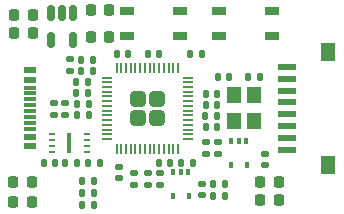
<source format=gbr>
%TF.GenerationSoftware,KiCad,Pcbnew,8.0.8*%
%TF.CreationDate,2025-04-16T19:26:52+02:00*%
%TF.ProjectId,PicoFlash,5069636f-466c-4617-9368-2e6b69636164,1.0*%
%TF.SameCoordinates,Original*%
%TF.FileFunction,Paste,Top*%
%TF.FilePolarity,Positive*%
%FSLAX46Y46*%
G04 Gerber Fmt 4.6, Leading zero omitted, Abs format (unit mm)*
G04 Created by KiCad (PCBNEW 8.0.8) date 2025-04-16 19:26:52*
%MOMM*%
%LPD*%
G01*
G04 APERTURE LIST*
G04 Aperture macros list*
%AMRoundRect*
0 Rectangle with rounded corners*
0 $1 Rounding radius*
0 $2 $3 $4 $5 $6 $7 $8 $9 X,Y pos of 4 corners*
0 Add a 4 corners polygon primitive as box body*
4,1,4,$2,$3,$4,$5,$6,$7,$8,$9,$2,$3,0*
0 Add four circle primitives for the rounded corners*
1,1,$1+$1,$2,$3*
1,1,$1+$1,$4,$5*
1,1,$1+$1,$6,$7*
1,1,$1+$1,$8,$9*
0 Add four rect primitives between the rounded corners*
20,1,$1+$1,$2,$3,$4,$5,0*
20,1,$1+$1,$4,$5,$6,$7,0*
20,1,$1+$1,$6,$7,$8,$9,0*
20,1,$1+$1,$8,$9,$2,$3,0*%
G04 Aperture macros list end*
%ADD10RoundRect,0.140000X0.170000X-0.140000X0.170000X0.140000X-0.170000X0.140000X-0.170000X-0.140000X0*%
%ADD11RoundRect,0.225000X-0.225000X-0.250000X0.225000X-0.250000X0.225000X0.250000X-0.225000X0.250000X0*%
%ADD12RoundRect,0.135000X-0.135000X-0.185000X0.135000X-0.185000X0.135000X0.185000X-0.135000X0.185000X0*%
%ADD13RoundRect,0.135000X0.185000X-0.135000X0.185000X0.135000X-0.185000X0.135000X-0.185000X-0.135000X0*%
%ADD14RoundRect,0.135000X0.135000X0.185000X-0.135000X0.185000X-0.135000X-0.185000X0.135000X-0.185000X0*%
%ADD15RoundRect,0.140000X0.140000X0.170000X-0.140000X0.170000X-0.140000X-0.170000X0.140000X-0.170000X0*%
%ADD16RoundRect,0.135000X-0.185000X0.135000X-0.185000X-0.135000X0.185000X-0.135000X0.185000X0.135000X0*%
%ADD17RoundRect,0.249999X0.395001X-0.395001X0.395001X0.395001X-0.395001X0.395001X-0.395001X-0.395001X0*%
%ADD18RoundRect,0.050000X0.050000X-0.387500X0.050000X0.387500X-0.050000X0.387500X-0.050000X-0.387500X0*%
%ADD19RoundRect,0.050000X0.387500X-0.050000X0.387500X0.050000X-0.387500X0.050000X-0.387500X-0.050000X0*%
%ADD20RoundRect,0.218750X-0.218750X-0.256250X0.218750X-0.256250X0.218750X0.256250X-0.218750X0.256250X0*%
%ADD21R,1.550013X0.600000*%
%ADD22R,1.261722X1.500000*%
%ADD23RoundRect,0.150000X-0.150000X0.512500X-0.150000X-0.512500X0.150000X-0.512500X0.150000X0.512500X0*%
%ADD24R,0.600000X0.280010*%
%ADD25R,0.300000X1.700000*%
%ADD26R,1.025032X0.550010*%
%ADD27R,1.025032X0.550012*%
%ADD28R,1.100000X0.300000*%
%ADD29R,1.300000X0.700000*%
%ADD30RoundRect,0.140000X-0.170000X0.140000X-0.170000X-0.140000X0.170000X-0.140000X0.170000X0.140000X0*%
%ADD31R,1.200000X1.400000*%
%ADD32RoundRect,0.140000X-0.140000X-0.170000X0.140000X-0.170000X0.140000X0.170000X-0.140000X0.170000X0*%
%ADD33RoundRect,0.218750X0.218750X0.256250X-0.218750X0.256250X-0.218750X-0.256250X0.218750X-0.256250X0*%
%ADD34R,0.398781X0.551181*%
G04 APERTURE END LIST*
D10*
%TO.C,C1*%
X20620000Y2620000D03*
X20620000Y3580000D03*
%TD*%
D11*
%TO.C,C15*%
X11225000Y18300000D03*
X12775000Y18300000D03*
%TD*%
D12*
%TO.C,R20*%
X9040000Y5350000D03*
X10060000Y5350000D03*
%TD*%
D13*
%TO.C,R15*%
X14860000Y3490000D03*
X14860000Y4510000D03*
%TD*%
%TO.C,R16*%
X21000000Y6140000D03*
X21000000Y7160000D03*
%TD*%
D14*
%TO.C,R17*%
X19860000Y5400000D03*
X18840000Y5400000D03*
%TD*%
D12*
%TO.C,R2*%
X21540000Y3550000D03*
X22560000Y3550000D03*
%TD*%
D15*
%TO.C,C3*%
X16980000Y14600000D03*
X16020000Y14600000D03*
%TD*%
D13*
%TO.C,R11*%
X8120000Y9430000D03*
X8120000Y10450000D03*
%TD*%
D16*
%TO.C,R10*%
X9060000Y10450000D03*
X9060000Y9430000D03*
%TD*%
D13*
%TO.C,R13*%
X21950000Y6140000D03*
X21950000Y7160000D03*
%TD*%
D17*
%TO.C,U2*%
X15200000Y9200000D03*
X16800000Y9200000D03*
X15200000Y10800000D03*
X16800000Y10800000D03*
D18*
X13400000Y6562500D03*
X13800000Y6562500D03*
X14200000Y6562500D03*
X14600000Y6562500D03*
X15000000Y6562500D03*
X15400000Y6562500D03*
X15800000Y6562500D03*
X16200000Y6562500D03*
X16600000Y6562500D03*
X17000000Y6562500D03*
X17400000Y6562500D03*
X17800000Y6562500D03*
X18200000Y6562500D03*
X18600000Y6562500D03*
D19*
X19437500Y7400000D03*
X19437500Y7800000D03*
X19437500Y8200000D03*
X19437500Y8600000D03*
X19437500Y9000000D03*
X19437500Y9400000D03*
X19437500Y9800000D03*
X19437500Y10200000D03*
X19437500Y10600000D03*
X19437500Y11000000D03*
X19437500Y11400000D03*
X19437500Y11800000D03*
X19437500Y12200000D03*
X19437500Y12600000D03*
D18*
X18600000Y13437500D03*
X18200000Y13437500D03*
X17800000Y13437500D03*
X17400000Y13437500D03*
X17000000Y13437500D03*
X16600000Y13437500D03*
X16200000Y13437500D03*
X15800000Y13437500D03*
X15400000Y13437500D03*
X15000000Y13437500D03*
X14600000Y13437500D03*
X14200000Y13437500D03*
X13800000Y13437500D03*
X13400000Y13437500D03*
D19*
X12562500Y12600000D03*
X12562500Y12200000D03*
X12562500Y11800000D03*
X12562500Y11400000D03*
X12562500Y11000000D03*
X12562500Y10600000D03*
X12562500Y10200000D03*
X12562500Y9800000D03*
X12562500Y9400000D03*
X12562500Y9000000D03*
X12562500Y8600000D03*
X12562500Y8200000D03*
X12562500Y7800000D03*
X12562500Y7400000D03*
%TD*%
D20*
%TO.C,D2*%
X4712500Y17900000D03*
X6287500Y17900000D03*
%TD*%
D21*
%TO.C,J2*%
X27813246Y6500127D03*
X27811722Y7498095D03*
X27811722Y8498095D03*
X27811722Y9498095D03*
X27813246Y10500127D03*
X27811722Y11498095D03*
X27811722Y12498095D03*
X27813246Y13499873D03*
D22*
X31319139Y14800102D03*
X31319139Y5199898D03*
%TD*%
D20*
%TO.C,D5*%
X4712500Y16350000D03*
X6287500Y16350000D03*
%TD*%
D23*
%TO.C,U1*%
X9750000Y18087500D03*
X8800000Y18087500D03*
X7850000Y18087500D03*
X7850000Y15812500D03*
X9750000Y15812500D03*
%TD*%
D14*
%TO.C,R4*%
X11510000Y1800000D03*
X10490000Y1800000D03*
%TD*%
D12*
%TO.C,R19*%
X19590000Y14600000D03*
X20610000Y14600000D03*
%TD*%
D24*
%TO.C,U4*%
X10907493Y6329936D03*
X10907493Y6830064D03*
X10907493Y7329936D03*
X10907493Y7830064D03*
X7892507Y7830064D03*
X7892507Y7329936D03*
X7892507Y6830064D03*
X7892507Y6329936D03*
D25*
X9400000Y7080000D03*
%TD*%
D14*
%TO.C,R24*%
X10990000Y11320000D03*
X9970000Y11320000D03*
%TD*%
D10*
%TO.C,C16*%
X25940000Y5200000D03*
X25940000Y6160000D03*
%TD*%
D12*
%TO.C,R1*%
X21540000Y2600000D03*
X22560000Y2600000D03*
%TD*%
D26*
%TO.C,J10*%
X6112516Y13200024D03*
D27*
X6112516Y12399924D03*
D28*
X6075032Y11749936D03*
X6075032Y11249809D03*
X6075032Y10749936D03*
X6075032Y10250064D03*
X6075032Y9749936D03*
X6075032Y9250064D03*
X6075032Y8749936D03*
X6075032Y8249809D03*
D27*
X6112516Y7599822D03*
X6112516Y6799975D03*
%TD*%
D14*
%TO.C,R25*%
X10990000Y12260000D03*
X9970000Y12260000D03*
%TD*%
D29*
%TO.C,U5*%
X18749987Y16124943D03*
X14250013Y16124943D03*
X18749987Y18275057D03*
X14250013Y18275057D03*
%TD*%
D16*
%TO.C,R6*%
X9450000Y14210000D03*
X9450000Y13190000D03*
%TD*%
D13*
%TO.C,R14*%
X16100000Y3490000D03*
X16100000Y4510000D03*
%TD*%
D30*
%TO.C,C8*%
X13570000Y5020000D03*
X13570000Y4060000D03*
%TD*%
D15*
%TO.C,C7*%
X11030000Y9470000D03*
X10070000Y9470000D03*
%TD*%
D31*
%TO.C,Y1*%
X25010013Y8949924D03*
X25010013Y11150076D03*
X23309987Y11150076D03*
X23309987Y8949924D03*
%TD*%
D15*
%TO.C,C6*%
X8180000Y5350000D03*
X7220000Y5350000D03*
%TD*%
D32*
%TO.C,C19*%
X20970000Y8445800D03*
X21930000Y8445800D03*
%TD*%
D12*
%TO.C,R12*%
X20920000Y9380000D03*
X21940000Y9380000D03*
%TD*%
D15*
%TO.C,C20*%
X22930000Y12650000D03*
X21970000Y12650000D03*
%TD*%
D32*
%TO.C,C4*%
X13420000Y14600000D03*
X14380000Y14600000D03*
%TD*%
D12*
%TO.C,R7*%
X10940000Y5350000D03*
X11960000Y5350000D03*
%TD*%
D20*
%TO.C,D6*%
X4662500Y2100000D03*
X6237500Y2100000D03*
%TD*%
D14*
%TO.C,R5*%
X11510000Y3800000D03*
X10490000Y3800000D03*
%TD*%
D15*
%TO.C,C9*%
X11380000Y13190000D03*
X10420000Y13190000D03*
%TD*%
D29*
%TO.C,U8*%
X26599987Y16124943D03*
X22100013Y16124943D03*
X26599987Y18275057D03*
X22100013Y18275057D03*
%TD*%
D32*
%TO.C,C18*%
X20970000Y11225800D03*
X21930000Y11225800D03*
%TD*%
D33*
%TO.C,D1*%
X27137500Y2200000D03*
X25562500Y2200000D03*
%TD*%
D15*
%TO.C,C11*%
X11380000Y14110000D03*
X10420000Y14110000D03*
%TD*%
D11*
%TO.C,C14*%
X11225000Y16050000D03*
X12775000Y16050000D03*
%TD*%
D20*
%TO.C,D7*%
X4662500Y3750000D03*
X6237500Y3750000D03*
%TD*%
D33*
%TO.C,D4*%
X27137500Y3750000D03*
X25562500Y3750000D03*
%TD*%
D32*
%TO.C,C10*%
X16970000Y5390000D03*
X17930000Y5390000D03*
%TD*%
D34*
%TO.C,U3*%
X19485001Y4590602D03*
X18850000Y4590602D03*
X18189599Y4590602D03*
X18189599Y2609398D03*
X19510401Y2609398D03*
%TD*%
D14*
%TO.C,R3*%
X11510000Y2800000D03*
X10490000Y2800000D03*
%TD*%
D34*
%TO.C,U6*%
X24385001Y7190602D03*
X23750000Y7190602D03*
X23089599Y7190602D03*
X23089599Y5209398D03*
X24410401Y5209398D03*
%TD*%
D13*
%TO.C,R9*%
X17050000Y3490000D03*
X17050000Y4510000D03*
%TD*%
D14*
%TO.C,R18*%
X25560000Y12650000D03*
X24540000Y12650000D03*
%TD*%
D32*
%TO.C,C2*%
X20970000Y10305800D03*
X21930000Y10305800D03*
%TD*%
D15*
%TO.C,C17*%
X11030000Y10390000D03*
X10070000Y10390000D03*
%TD*%
M02*

</source>
